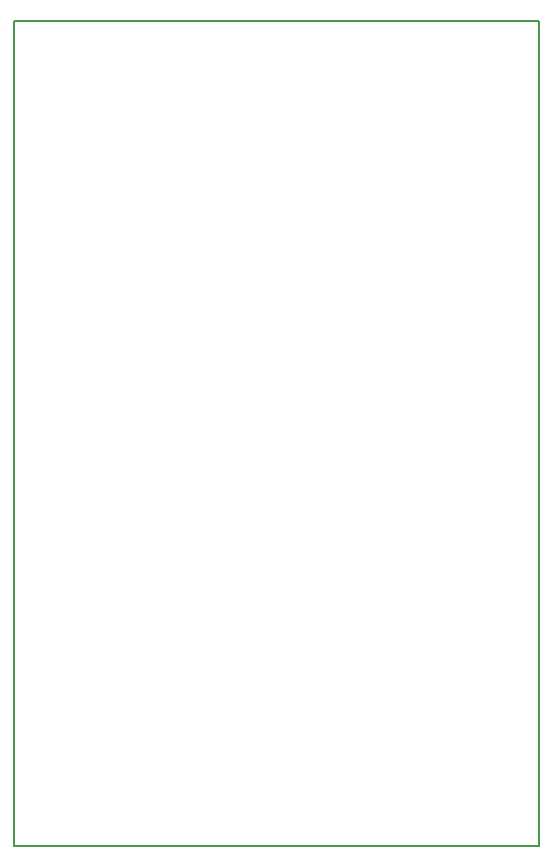
<source format=gbr>
G04 #@! TF.GenerationSoftware,KiCad,Pcbnew,5.0.2-bee76a0~70~ubuntu16.04.1*
G04 #@! TF.CreationDate,2021-05-01T11:56:51-07:00*
G04 #@! TF.ProjectId,matching-network-modules,6d617463-6869-46e6-972d-6e6574776f72,rev?*
G04 #@! TF.SameCoordinates,Original*
G04 #@! TF.FileFunction,Profile,NP*
%FSLAX46Y46*%
G04 Gerber Fmt 4.6, Leading zero omitted, Abs format (unit mm)*
G04 Created by KiCad (PCBNEW 5.0.2-bee76a0~70~ubuntu16.04.1) date Sat 01 May 2021 11:56:51 AM PDT*
%MOMM*%
%LPD*%
G01*
G04 APERTURE LIST*
%ADD10C,0.150000*%
G04 APERTURE END LIST*
D10*
X149225000Y-73025000D02*
X104775000Y-73025000D01*
X149225000Y-142875000D02*
X149225000Y-73025000D01*
X104775000Y-142875000D02*
X149225000Y-142875000D01*
X104775000Y-73025000D02*
X104775000Y-142875000D01*
M02*

</source>
